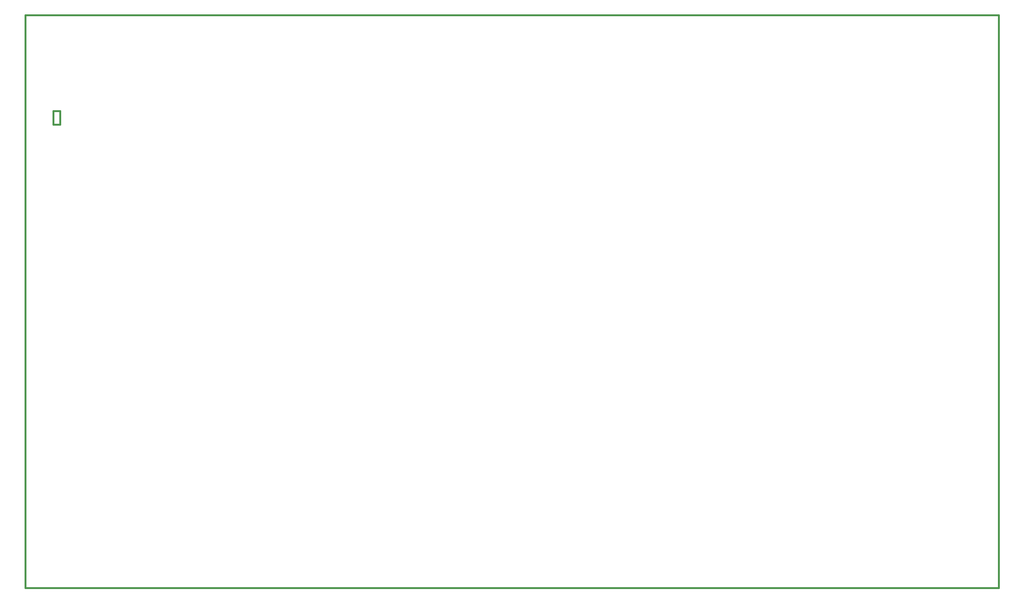
<source format=gko>
%FSLAX33Y33*%
%MOMM*%
%ADD10C,0.381*%
D10*
%LNpath-145*%
G01*
X0Y0D02*
X218200Y0D01*
X218200Y128500*
X0Y128500*
X0Y0*
X6300Y103975D02*
X7800Y103975D01*
X7800Y106975*
X6300Y106975*
X6300Y103975*
%LNmechanical details_traces*%
M02*
</source>
